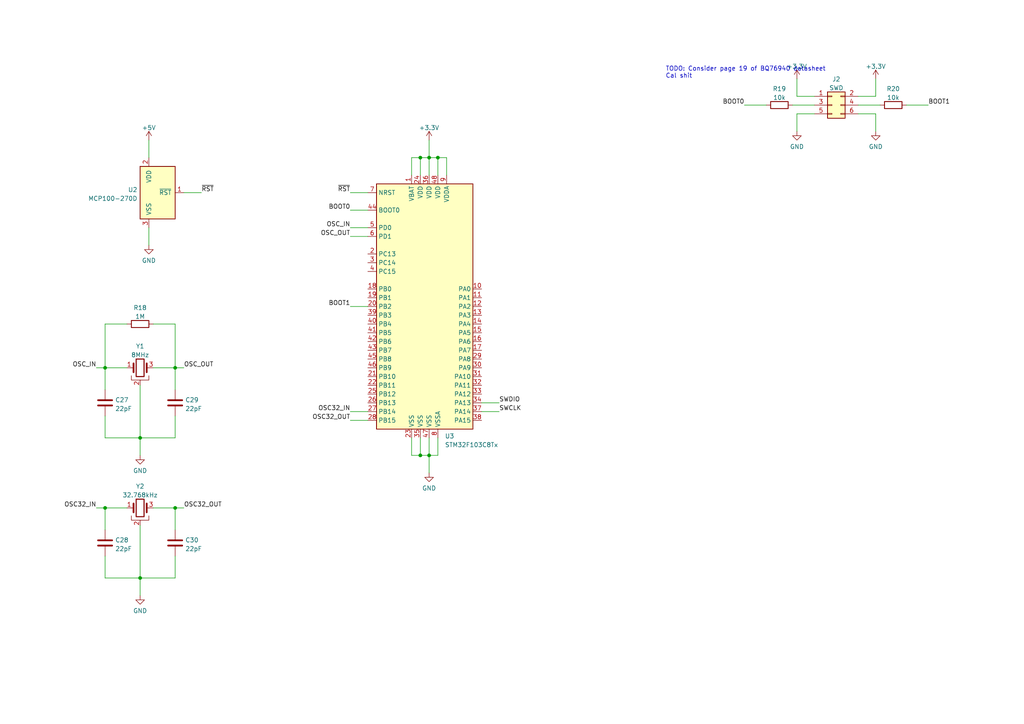
<source format=kicad_sch>
(kicad_sch (version 20211123) (generator eeschema)
  (paper "A4")
  (lib_symbols
    (symbol "Connector_Generic:Conn_02x03_Odd_Even" (pin_names (offset 1.016) hide)
      (property "Reference" "J" (at 1.27 5.08 0))
      (property "Value" "Conn_02x03_Odd_Even" (at 1.27 -5.08 0))
      (symbol "Conn_02x03_Odd_Even_1_1"
        (rectangle (start -1.27 -2.413) (end 0 -2.667) (stroke (width 0.1524)))
        (rectangle (start -1.27 0.127) (end 0 -0.127) (stroke (width 0.1524)))
        (rectangle (start -1.27 2.667) (end 0 2.413) (stroke (width 0.1524)))
        (rectangle (start -1.27 3.81) (end 3.81 -3.81) (stroke (width 0.254)) (fill (type background)))
        (rectangle (start 3.81 -2.413) (end 2.54 -2.667) (stroke (width 0.1524)))
        (rectangle (start 3.81 0.127) (end 2.54 -0.127) (stroke (width 0.1524)))
        (rectangle (start 3.81 2.667) (end 2.54 2.413) (stroke (width 0.1524)))
        (pin passive line (at -5.08 2.54 0) (length 3.81) (name "Pin_1") (number "1"))
        (pin passive line (at 7.62 2.54 180) (length 3.81) (name "Pin_2") (number "2"))
        (pin passive line (at -5.08 0 0) (length 3.81) (name "Pin_3") (number "3"))
        (pin passive line (at 7.62 0 180) (length 3.81) (name "Pin_4") (number "4"))
        (pin passive line (at -5.08 -2.54 0) (length 3.81) (name "Pin_5") (number "5"))
        (pin passive line (at 7.62 -2.54 180) (length 3.81) (name "Pin_6") (number "6"))
      )
    )
    (symbol "Device:C" (pin_numbers hide) (pin_names (offset 0.254))
      (property "Reference" "C" (at 0.635 2.54 0))
      (property "Value" "C" (at 0.635 -2.54 0))
      (symbol "C_0_1"
        (polyline (pts (xy -2.032 -0.762) (xy 2.032 -0.762)) (stroke (width 0.508)))
        (polyline (pts (xy -2.032 0.762) (xy 2.032 0.762)) (stroke (width 0.508)))
      )
      (symbol "C_1_1"
        (pin passive line (at 0 3.81 270) (length 2.794) (name "~") (number "1"))
        (pin passive line (at 0 -3.81 90) (length 2.794) (name "~") (number "2"))
      )
    )
    (symbol "Device:Crystal_GND2" (pin_names (offset 1.016) hide)
      (property "Reference" "Y" (at 0 5.715 0))
      (property "Value" "Crystal_GND2" (at 0 3.81 0))
      (symbol "Crystal_GND2_0_1"
        (rectangle (start -1.143 2.54) (end 1.143 -2.54) (stroke (width 0.3048)))
        (polyline (pts (xy -2.54 0) (xy -1.905 0)))
        (polyline (pts (xy -1.905 -1.27) (xy -1.905 1.27)) (stroke (width 0.508)))
        (polyline (pts (xy 0 -3.81) (xy 0 -3.556)))
        (polyline (pts (xy 1.905 0) (xy 2.54 0)))
        (polyline (pts (xy 1.905 1.27) (xy 1.905 -1.27)) (stroke (width 0.508)))
        (polyline (pts (xy -2.54 -2.286) (xy -2.54 -3.556) (xy 2.54 -3.556) (xy 2.54 -2.286)))
      )
      (symbol "Crystal_GND2_1_1"
        (pin passive line (at -3.81 0 0) (length 1.27) (name "1") (number "1"))
        (pin passive line (at 0 -5.08 90) (length 1.27) (name "2") (number "2"))
        (pin passive line (at 3.81 0 180) (length 1.27) (name "3") (number "3"))
      )
    )
    (symbol "Device:R" (pin_numbers hide) (pin_names (offset 0))
      (property "Reference" "R" (at 2.032 0 90))
      (property "Value" "R" (at 0 0 90))
      (symbol "R_0_1"
        (rectangle (start -1.016 -2.54) (end 1.016 2.54) (stroke (width 0.254)))
      )
      (symbol "R_1_1"
        (pin passive line (at 0 3.81 270) (length 1.27) (name "~") (number "1"))
        (pin passive line (at 0 -3.81 90) (length 1.27) (name "~") (number "2"))
      )
    )
    (symbol "MCU_ST_STM32F1:STM32F103C8Tx"
      (property "Reference" "U" (at -15.24 36.83 0))
      (property "Value" "STM32F103C8Tx" (at 7.62 36.83 0))
      (symbol "STM32F103C8Tx_0_1"
        (rectangle (start -15.24 -35.56) (end 12.7 35.56) (stroke (width 0.254)) (fill (type background)))
      )
      (symbol "STM32F103C8Tx_1_1"
        (pin power_in line (at -5.08 38.1 270) (length 2.54) (name "VBAT") (number "1"))
        (pin bidirectional line (at 15.24 5.08 180) (length 2.54) (name "PA0") (number "10"))
        (pin bidirectional line (at 15.24 2.54 180) (length 2.54) (name "PA1") (number "11"))
        (pin bidirectional line (at 15.24 0 180) (length 2.54) (name "PA2") (number "12"))
        (pin bidirectional line (at 15.24 -2.54 180) (length 2.54) (name "PA3") (number "13"))
        (pin bidirectional line (at 15.24 -5.08 180) (length 2.54) (name "PA4") (number "14"))
        (pin bidirectional line (at 15.24 -7.62 180) (length 2.54) (name "PA5") (number "15"))
        (pin bidirectional line (at 15.24 -10.16 180) (length 2.54) (name "PA6") (number "16"))
        (pin bidirectional line (at 15.24 -12.7 180) (length 2.54) (name "PA7") (number "17"))
        (pin bidirectional line (at -17.78 5.08 0) (length 2.54) (name "PB0") (number "18"))
        (pin bidirectional line (at -17.78 2.54 0) (length 2.54) (name "PB1") (number "19"))
        (pin bidirectional line (at -17.78 15.24 0) (length 2.54) (name "PC13") (number "2"))
        (pin bidirectional line (at -17.78 0 0) (length 2.54) (name "PB2") (number "20"))
        (pin bidirectional line (at -17.78 -20.32 0) (length 2.54) (name "PB10") (number "21"))
        (pin bidirectional line (at -17.78 -22.86 0) (length 2.54) (name "PB11") (number "22"))
        (pin power_in line (at -5.08 -38.1 90) (length 2.54) (name "VSS") (number "23"))
        (pin power_in line (at -2.54 38.1 270) (length 2.54) (name "VDD") (number "24"))
        (pin bidirectional line (at -17.78 -25.4 0) (length 2.54) (name "PB12") (number "25"))
        (pin bidirectional line (at -17.78 -27.94 0) (length 2.54) (name "PB13") (number "26"))
        (pin bidirectional line (at -17.78 -30.48 0) (length 2.54) (name "PB14") (number "27"))
        (pin bidirectional line (at -17.78 -33.02 0) (length 2.54) (name "PB15") (number "28"))
        (pin bidirectional line (at 15.24 -15.24 180) (length 2.54) (name "PA8") (number "29"))
        (pin bidirectional line (at -17.78 12.7 0) (length 2.54) (name "PC14") (number "3"))
        (pin bidirectional line (at 15.24 -17.78 180) (length 2.54) (name "PA9") (number "30"))
        (pin bidirectional line (at 15.24 -20.32 180) (length 2.54) (name "PA10") (number "31"))
        (pin bidirectional line (at 15.24 -22.86 180) (length 2.54) (name "PA11") (number "32"))
        (pin bidirectional line (at 15.24 -25.4 180) (length 2.54) (name "PA12") (number "33"))
        (pin bidirectional line (at 15.24 -27.94 180) (length 2.54) (name "PA13") (number "34"))
        (pin power_in line (at -2.54 -38.1 90) (length 2.54) (name "VSS") (number "35"))
        (pin power_in line (at 0 38.1 270) (length 2.54) (name "VDD") (number "36"))
        (pin bidirectional line (at 15.24 -30.48 180) (length 2.54) (name "PA14") (number "37"))
        (pin bidirectional line (at 15.24 -33.02 180) (length 2.54) (name "PA15") (number "38"))
        (pin bidirectional line (at -17.78 -2.54 0) (length 2.54) (name "PB3") (number "39"))
        (pin bidirectional line (at -17.78 10.16 0) (length 2.54) (name "PC15") (number "4"))
        (pin bidirectional line (at -17.78 -5.08 0) (length 2.54) (name "PB4") (number "40"))
        (pin bidirectional line (at -17.78 -7.62 0) (length 2.54) (name "PB5") (number "41"))
        (pin bidirectional line (at -17.78 -10.16 0) (length 2.54) (name "PB6") (number "42"))
        (pin bidirectional line (at -17.78 -12.7 0) (length 2.54) (name "PB7") (number "43"))
        (pin input line (at -17.78 27.94 0) (length 2.54) (name "BOOT0") (number "44"))
        (pin bidirectional line (at -17.78 -15.24 0) (length 2.54) (name "PB8") (number "45"))
        (pin bidirectional line (at -17.78 -17.78 0) (length 2.54) (name "PB9") (number "46"))
        (pin power_in line (at 0 -38.1 90) (length 2.54) (name "VSS") (number "47"))
        (pin power_in line (at 2.54 38.1 270) (length 2.54) (name "VDD") (number "48"))
        (pin input line (at -17.78 22.86 0) (length 2.54) (name "PD0") (number "5"))
        (pin input line (at -17.78 20.32 0) (length 2.54) (name "PD1") (number "6"))
        (pin input line (at -17.78 33.02 0) (length 2.54) (name "NRST") (number "7"))
        (pin power_in line (at 2.54 -38.1 90) (length 2.54) (name "VSSA") (number "8"))
        (pin power_in line (at 5.08 38.1 270) (length 2.54) (name "VDDA") (number "9"))
      )
    )
    (symbol "Power_Supervisor:MCP100-270D" (pin_names (offset 1.016))
      (property "Reference" "U" (at 0 8.89 0))
      (property "Value" "MCP100-270D" (at -1.27 -8.89 0))
      (symbol "MCP100-270D_1_1"
        (rectangle (start -5.08 7.62) (end 5.08 -7.62) (stroke (width 0.254)) (fill (type background)))
        (pin output line (at 7.62 0 180) (length 2.54) (name "~{RST}") (number "1"))
        (pin power_in line (at -2.54 10.16 270) (length 2.54) (name "VDD") (number "2"))
        (pin power_in line (at -2.54 -10.16 90) (length 2.54) (name "VSS") (number "3"))
      )
    )
    (symbol "power:+3.3V" (power) (pin_names (offset 0))
      (property "Value" "+3.3V" (at 0 3.556 0))
      (symbol "+3.3V_0_1"
        (polyline (pts (xy -0.762 1.27) (xy 0 2.54)))
        (polyline (pts (xy 0 0) (xy 0 2.54)))
        (polyline (pts (xy 0 2.54) (xy 0.762 1.27)))
      )
      (symbol "+3.3V_1_1"
        (pin power_in line (at 0 0 90) (length 0) hide (name "+3.3V") (number "1"))
      )
    )
    (symbol "power:+5V" (power) (pin_names (offset 0))
      (property "Value" "+5V" (at 0 3.556 0))
      (symbol "+5V_0_1"
        (polyline (pts (xy -0.762 1.27) (xy 0 2.54)))
        (polyline (pts (xy 0 0) (xy 0 2.54)))
        (polyline (pts (xy 0 2.54) (xy 0.762 1.27)))
      )
      (symbol "+5V_1_1"
        (pin power_in line (at 0 0 90) (length 0) hide (name "+5V") (number "1"))
      )
    )
    (symbol "power:GND" (power) (pin_names (offset 0))
      (property "Value" "GND" (at 0 -3.81 0))
      (symbol "GND_0_1"
        (polyline (pts (xy 0 0) (xy 0 -1.27) (xy 1.27 -1.27) (xy 0 -2.54) (xy -1.27 -1.27) (xy 0 -1.27)))
      )
      (symbol "GND_1_1"
        (pin power_in line (at 0 0 270) (length 0) hide (name "GND") (number "1"))
      )
    )
  )
  (junction (at 127 45.72))
  (junction (at 124.46 45.72))
  (junction (at 30.48 147.32))
  (junction (at 121.92 132.08))
  (junction (at 40.64 167.64))
  (junction (at 124.46 132.08))
  (junction (at 121.92 45.72))
  (junction (at 40.64 127))
  (junction (at 50.8 147.32))
  (junction (at 30.48 106.68))
  (junction (at 50.8 106.68))
  (wire (pts (xy 50.8 147.32) (xy 53.34 147.32)))
  (wire (pts (xy 231.14 22.86) (xy 231.14 27.94)))
  (wire (pts (xy 44.45 106.68) (xy 50.8 106.68)))
  (wire (pts (xy 121.92 45.72) (xy 121.92 50.8)))
  (wire (pts (xy 101.6 119.38) (xy 106.68 119.38)))
  (wire (pts (xy 30.48 161.29) (xy 30.48 167.64)))
  (wire (pts (xy 101.6 68.58) (xy 106.68 68.58)))
  (wire (pts (xy 129.54 45.72) (xy 129.54 50.8)))
  (wire (pts (xy 124.46 40.64) (xy 124.46 45.72)))
  (wire (pts (xy 229.87 30.48) (xy 236.22 30.48)))
  (wire (pts (xy 30.48 120.65) (xy 30.48 127)))
  (wire (pts (xy 269.24 30.48) (xy 262.89 30.48)))
  (wire (pts (xy 236.22 27.94) (xy 231.14 27.94)))
  (wire (pts (xy 50.8 147.32) (xy 50.8 153.67)))
  (wire (pts (xy 124.46 132.08) (xy 124.46 127)))
  (wire (pts (xy 121.92 132.08) (xy 124.46 132.08)))
  (wire (pts (xy 101.6 60.96) (xy 106.68 60.96)))
  (wire (pts (xy 124.46 45.72) (xy 127 45.72)))
  (wire (pts (xy 101.6 66.04) (xy 106.68 66.04)))
  (wire (pts (xy 50.8 161.29) (xy 50.8 167.64)))
  (wire (pts (xy 40.64 167.64) (xy 40.64 152.4)))
  (wire (pts (xy 119.38 127) (xy 119.38 132.08)))
  (wire (pts (xy 27.94 147.32) (xy 30.48 147.32)))
  (wire (pts (xy 43.18 40.64) (xy 43.18 45.72)))
  (wire (pts (xy 30.48 106.68) (xy 36.83 106.68)))
  (wire (pts (xy 124.46 132.08) (xy 124.46 137.16)))
  (wire (pts (xy 30.48 106.68) (xy 30.48 93.98)))
  (wire (pts (xy 50.8 106.68) (xy 53.34 106.68)))
  (wire (pts (xy 127 45.72) (xy 127 50.8)))
  (wire (pts (xy 40.64 127) (xy 40.64 132.08)))
  (wire (pts (xy 44.45 147.32) (xy 50.8 147.32)))
  (wire (pts (xy 248.92 27.94) (xy 254 27.94)))
  (wire (pts (xy 40.64 127) (xy 50.8 127)))
  (wire (pts (xy 101.6 88.9) (xy 106.68 88.9)))
  (wire (pts (xy 127 45.72) (xy 129.54 45.72)))
  (wire (pts (xy 40.64 167.64) (xy 40.64 172.72)))
  (wire (pts (xy 139.7 119.38) (xy 144.78 119.38)))
  (wire (pts (xy 231.14 33.02) (xy 231.14 38.1)))
  (wire (pts (xy 50.8 120.65) (xy 50.8 127)))
  (wire (pts (xy 50.8 106.68) (xy 50.8 113.03)))
  (wire (pts (xy 101.6 121.92) (xy 106.68 121.92)))
  (wire (pts (xy 30.48 167.64) (xy 40.64 167.64)))
  (wire (pts (xy 248.92 33.02) (xy 254 33.02)))
  (wire (pts (xy 255.27 30.48) (xy 248.92 30.48)))
  (wire (pts (xy 236.22 33.02) (xy 231.14 33.02)))
  (wire (pts (xy 27.94 106.68) (xy 30.48 106.68)))
  (wire (pts (xy 53.34 55.88) (xy 58.42 55.88)))
  (wire (pts (xy 106.68 55.88) (xy 101.6 55.88)))
  (wire (pts (xy 119.38 50.8) (xy 119.38 45.72)))
  (wire (pts (xy 215.9 30.48) (xy 222.25 30.48)))
  (wire (pts (xy 254 33.02) (xy 254 38.1)))
  (wire (pts (xy 44.45 93.98) (xy 50.8 93.98)))
  (wire (pts (xy 40.64 167.64) (xy 50.8 167.64)))
  (wire (pts (xy 139.7 116.84) (xy 144.78 116.84)))
  (wire (pts (xy 121.92 127) (xy 121.92 132.08)))
  (wire (pts (xy 30.48 106.68) (xy 30.48 113.03)))
  (wire (pts (xy 30.48 127) (xy 40.64 127)))
  (wire (pts (xy 124.46 45.72) (xy 124.46 50.8)))
  (wire (pts (xy 121.92 45.72) (xy 124.46 45.72)))
  (wire (pts (xy 43.18 66.04) (xy 43.18 71.12)))
  (wire (pts (xy 50.8 93.98) (xy 50.8 106.68)))
  (wire (pts (xy 40.64 127) (xy 40.64 111.76)))
  (wire (pts (xy 254 22.86) (xy 254 27.94)))
  (wire (pts (xy 30.48 93.98) (xy 36.83 93.98)))
  (wire (pts (xy 30.48 147.32) (xy 30.48 153.67)))
  (wire (pts (xy 119.38 45.72) (xy 121.92 45.72)))
  (wire (pts (xy 30.48 147.32) (xy 36.83 147.32)))
  (wire (pts (xy 124.46 132.08) (xy 127 132.08)))
  (wire (pts (xy 119.38 132.08) (xy 121.92 132.08)))
  (wire (pts (xy 127 132.08) (xy 127 127)))
  (text "TODO: Consider page 19 of BQ76940 datasheet\nCal shit" (at 193.04 22.86 0) (effects (font (size 1.27 1.27)) (justify left bottom)))
  (label "OSC32_IN" (at 27.94 147.32 180))
  (label "OSC32_OUT" (at 53.34 147.32 0))
  (label "OSC_IN" (at 101.6 66.04 180))
  (label "OSC_IN" (at 27.94 106.68 180))
  (label "OSC_OUT" (at 101.6 68.58 180))
  (label "SWCLK" (at 144.78 119.38 0))
  (label "BOOT1" (at 101.6 88.9 180))
  (label "OSC32_OUT" (at 101.6 121.92 180))
  (label "~{RST}" (at 101.6 55.88 180))
  (label "~{RST}" (at 58.42 55.88 0))
  (label "BOOT1" (at 269.24 30.48 0))
  (label "BOOT0" (at 101.6 60.96 180))
  (label "SWDIO" (at 144.78 116.84 0))
  (label "BOOT0" (at 215.9 30.48 180))
  (label "OSC32_IN" (at 101.6 119.38 180))
  (label "OSC_OUT" (at 53.34 106.68 0))
  (symbol (lib_id "Device:R") (at 226.06 30.48 90) (unit 1)
    (property "Reference" "R19" (at 226.06 25.7642 90))
    (property "Value" "10k" (at 226.06 28.3011 90))
  )
  (symbol (lib_id "Device:C") (at 30.48 157.48 0) (unit 1)
    (property "Reference" "C28" (at 33.401 156.6453 0) (effects (justify left)))
    (property "Value" "22pF" (at 33.401 159.1822 0) (effects (justify left)))
  )
  (symbol (lib_id "power:+5V") (at 43.18 40.64 0) (unit 1)
    (property "Reference" "#PWR017" (effects hide))
    (property "Value" "+5V" (at 43.18 37.0642 0))
  )
  (symbol (lib_id "power:GND") (at 40.64 172.72 0) (unit 1)
    (property "Reference" "#PWR016" (effects hide))
    (property "Value" "GND" (at 40.64 177.1634 0))
  )
  (symbol (lib_id "Device:C") (at 30.48 116.84 0) (unit 1)
    (property "Reference" "C27" (at 33.401 116.0053 0) (effects (justify left)))
    (property "Value" "22pF" (at 33.401 118.5422 0) (effects (justify left)))
  )
  (symbol (lib_id "power:GND") (at 231.14 38.1 0) (unit 1)
    (property "Reference" "#PWR022" (effects hide))
    (property "Value" "GND" (at 231.14 42.5434 0))
  )
  (symbol (lib_id "Device:C") (at 50.8 157.48 0) (unit 1)
    (property "Reference" "C30" (at 53.721 156.6453 0) (effects (justify left)))
    (property "Value" "22pF" (at 53.721 159.1822 0) (effects (justify left)))
  )
  (symbol (lib_id "Device:Crystal_GND2") (at 40.64 106.68 0) (unit 1)
    (property "Reference" "Y1" (at 40.64 100.4148 0))
    (property "Value" "8MHz" (at 40.64 102.9517 0))
  )
  (symbol (lib_id "power:+3.3V") (at 231.14 22.86 0) (unit 1)
    (property "Reference" "#PWR021" (effects hide))
    (property "Value" "+3.3V" (at 231.14 19.2842 0))
  )
  (symbol (lib_id "Device:Crystal_GND2") (at 40.64 147.32 0) (unit 1)
    (property "Reference" "Y2" (at 40.64 141.0548 0))
    (property "Value" "32.768kHz" (at 40.64 143.5917 0))
  )
  (symbol (lib_id "power:+3.3V") (at 124.46 40.64 0) (unit 1)
    (property "Reference" "#PWR019" (effects hide))
    (property "Value" "+3.3V" (at 124.46 37.0642 0))
  )
  (symbol (lib_id "power:GND") (at 43.18 71.12 0) (unit 1)
    (property "Reference" "#PWR018" (effects hide))
    (property "Value" "GND" (at 43.18 75.5634 0))
  )
  (symbol (lib_id "power:+3.3V") (at 254 22.86 0) (unit 1)
    (property "Reference" "#PWR023" (effects hide))
    (property "Value" "+3.3V" (at 254 19.2842 0))
  )
  (symbol (lib_id "Device:R") (at 259.08 30.48 270) (unit 1)
    (property "Reference" "R20" (at 259.08 25.7642 90))
    (property "Value" "10k" (at 259.08 28.3011 90))
  )
  (symbol (lib_id "Device:R") (at 40.64 93.98 90) (unit 1)
    (property "Reference" "R18" (at 40.64 89.2642 90))
    (property "Value" "1M" (at 40.64 91.8011 90))
  )
  (symbol (lib_id "Device:C") (at 50.8 116.84 0) (unit 1)
    (property "Reference" "C29" (at 53.721 116.0053 0) (effects (justify left)))
    (property "Value" "22pF" (at 53.721 118.5422 0) (effects (justify left)))
  )
  (symbol (lib_id "power:GND") (at 254 38.1 0) (unit 1)
    (property "Reference" "#PWR024" (effects hide))
    (property "Value" "GND" (at 254 42.5434 0))
  )
  (symbol (lib_id "power:GND") (at 40.64 132.08 0) (unit 1)
    (property "Reference" "#PWR015" (effects hide))
    (property "Value" "GND" (at 40.64 136.5234 0))
  )
  (symbol (lib_id "power:GND") (at 124.46 137.16 0) (unit 1)
    (property "Reference" "#PWR020" (effects hide))
    (property "Value" "GND" (at 124.46 141.6034 0))
  )
  (symbol (lib_id "MCU_ST_STM32F1:STM32F103C8Tx") (at 124.46 88.9 0) (unit 1)
    (property "Reference" "U3" (at 129.0194 126.4904 0) (effects (justify left)))
    (property "Value" "STM32F103C8Tx" (at 129.0194 129.0273 0) (effects (justify left)))
    (property "Footprint" "Package_QFP:LQFP-48_7x7mm_P0.5mm" (effects hide))
    (property "Datasheet" "http://www.st.com/st-web-ui/static/active/en/resource/technical/document/datasheet/CD00161566.pdf" (effects hide))
  )
  (symbol (lib_id "Connector_Generic:Conn_02x03_Odd_Even") (at 241.3 30.48 0) (unit 1)
    (property "Reference" "J2" (at 242.57 22.9702 0))
    (property "Value" "SWD" (at 242.57 25.5071 0))
  )
  (symbol (lib_id "Power_Supervisor:MCP100-270D") (at 45.72 55.88 0) (unit 1)
    (property "Reference" "U2" (at 39.878 55.0453 0) (effects (justify right)))
    (property "Value" "MCP100-270D" (at 39.878 57.5822 0) (effects (justify right)))
    (property "Datasheet" "http://ww1.microchip.com/downloads/en/DeviceDoc/11187f.pdf" (effects hide))
  )
)
</source>
